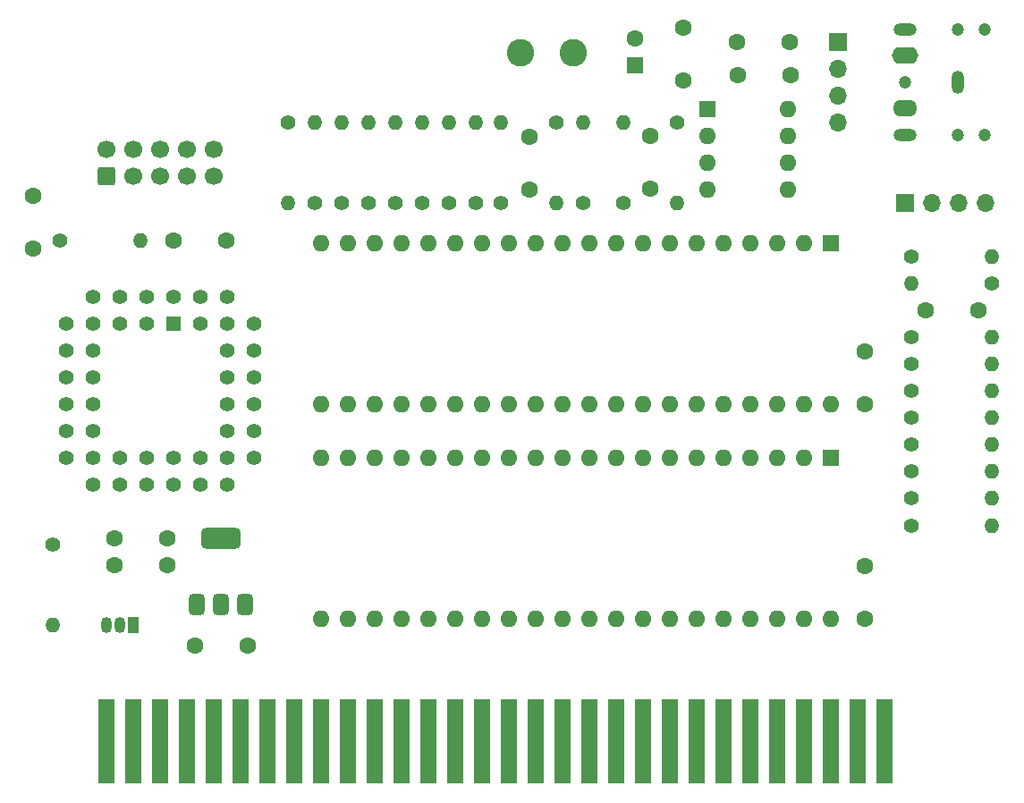
<source format=gts>
%TF.GenerationSoftware,KiCad,Pcbnew,8.0.1*%
%TF.CreationDate,2024-04-10T12:09:54+07:00*%
%TF.ProjectId,TS_Ext_EPM3032,54535f45-7874-45f4-9550-4d333033322e,1.4*%
%TF.SameCoordinates,Original*%
%TF.FileFunction,Soldermask,Top*%
%TF.FilePolarity,Negative*%
%FSLAX46Y46*%
G04 Gerber Fmt 4.6, Leading zero omitted, Abs format (unit mm)*
G04 Created by KiCad (PCBNEW 8.0.1) date 2024-04-10 12:09:54*
%MOMM*%
%LPD*%
G01*
G04 APERTURE LIST*
G04 Aperture macros list*
%AMRoundRect*
0 Rectangle with rounded corners*
0 $1 Rounding radius*
0 $2 $3 $4 $5 $6 $7 $8 $9 X,Y pos of 4 corners*
0 Add a 4 corners polygon primitive as box body*
4,1,4,$2,$3,$4,$5,$6,$7,$8,$9,$2,$3,0*
0 Add four circle primitives for the rounded corners*
1,1,$1+$1,$2,$3*
1,1,$1+$1,$4,$5*
1,1,$1+$1,$6,$7*
1,1,$1+$1,$8,$9*
0 Add four rect primitives between the rounded corners*
20,1,$1+$1,$2,$3,$4,$5,0*
20,1,$1+$1,$4,$5,$6,$7,0*
20,1,$1+$1,$6,$7,$8,$9,0*
20,1,$1+$1,$8,$9,$2,$3,0*%
G04 Aperture macros list end*
%ADD10R,1.422400X1.422400*%
%ADD11C,1.422400*%
%ADD12RoundRect,0.375000X0.375000X-0.625000X0.375000X0.625000X-0.375000X0.625000X-0.375000X-0.625000X0*%
%ADD13RoundRect,0.500000X1.400000X-0.500000X1.400000X0.500000X-1.400000X0.500000X-1.400000X-0.500000X0*%
%ADD14C,1.200000*%
%ADD15O,2.200000X1.200000*%
%ADD16O,2.300000X1.600000*%
%ADD17O,1.200000X2.200000*%
%ADD18O,2.500000X1.600000*%
%ADD19RoundRect,0.250000X0.600000X-0.600000X0.600000X0.600000X-0.600000X0.600000X-0.600000X-0.600000X0*%
%ADD20C,1.700000*%
%ADD21C,1.600000*%
%ADD22R,1.050000X1.500000*%
%ADD23O,1.050000X1.500000*%
%ADD24C,1.400000*%
%ADD25O,1.400000X1.400000*%
%ADD26R,1.600000X1.600000*%
%ADD27O,1.600000X1.600000*%
%ADD28R,1.600000X8.000000*%
%ADD29C,2.600000*%
%ADD30R,1.700000X1.700000*%
%ADD31O,1.700000X1.700000*%
G04 APERTURE END LIST*
D10*
%TO.C,U1*%
X43180000Y-55880000D03*
D11*
X40640000Y-53340000D03*
X40640000Y-55880000D03*
X38100000Y-53340000D03*
X38100000Y-55880000D03*
X35560000Y-53340000D03*
X33020000Y-55880000D03*
X35560000Y-55880000D03*
X33020000Y-58420000D03*
X35560000Y-58420000D03*
X33020000Y-60960000D03*
X35560000Y-60960000D03*
X33020000Y-63500000D03*
X35560000Y-63500000D03*
X33020000Y-66040000D03*
X35560000Y-66040000D03*
X33020000Y-68580000D03*
X35560000Y-71120000D03*
X35560000Y-68580000D03*
X38100000Y-71120000D03*
X38100000Y-68580000D03*
X40640000Y-71120000D03*
X40640000Y-68580000D03*
X43180000Y-71120000D03*
X43180000Y-68580000D03*
X45720000Y-71120000D03*
X45720000Y-68580000D03*
X48260000Y-71120000D03*
X50800000Y-68580000D03*
X48260000Y-68580000D03*
X50800000Y-66040000D03*
X48260000Y-66040000D03*
X50800000Y-63500000D03*
X48260000Y-63500000D03*
X50800000Y-60960000D03*
X48260000Y-60960000D03*
X50800000Y-58420000D03*
X48260000Y-58420000D03*
X50800000Y-55880000D03*
X48260000Y-53340000D03*
X48260000Y-55880000D03*
X45720000Y-53340000D03*
X45720000Y-55880000D03*
X43180000Y-53340000D03*
%TD*%
D12*
%TO.C,U2*%
X45325000Y-82525000D03*
X47625000Y-82525000D03*
D13*
X47625000Y-76225000D03*
D12*
X49925000Y-82525000D03*
%TD*%
D14*
%TO.C,J5*%
X117420000Y-38020000D03*
X119920000Y-38020000D03*
X112420000Y-33020000D03*
X117420000Y-28020000D03*
X119920000Y-28020000D03*
D15*
X112420000Y-38020000D03*
D16*
X112420000Y-35520000D03*
D17*
X117420000Y-33020000D03*
D15*
X112420000Y-28020000D03*
D18*
X112420000Y-30520000D03*
%TD*%
D19*
%TO.C,J1*%
X36830000Y-41910000D03*
D20*
X36830000Y-39370000D03*
X39370000Y-41910000D03*
X39370000Y-39370000D03*
X41910000Y-41910000D03*
X41910000Y-39370000D03*
X44450000Y-41910000D03*
X44450000Y-39370000D03*
X46990000Y-41910000D03*
X46990000Y-39370000D03*
%TD*%
D21*
%TO.C,C4*%
X108585000Y-83820000D03*
X108585000Y-78820000D03*
%TD*%
D22*
%TO.C,Q1*%
X39370000Y-84455000D03*
D23*
X38100000Y-84455000D03*
X36830000Y-84455000D03*
%TD*%
D24*
%TO.C,R21*%
X90805000Y-36830000D03*
D25*
X90805000Y-44450000D03*
%TD*%
D26*
%TO.C,U4*%
X105410000Y-68580000D03*
D27*
X102870000Y-68580000D03*
X100330000Y-68580000D03*
X97790000Y-68580000D03*
X95250000Y-68580000D03*
X92710000Y-68580000D03*
X90170000Y-68580000D03*
X87630000Y-68580000D03*
X85090000Y-68580000D03*
X82550000Y-68580000D03*
X80010000Y-68580000D03*
X77470000Y-68580000D03*
X74930000Y-68580000D03*
X72390000Y-68580000D03*
X69850000Y-68580000D03*
X67310000Y-68580000D03*
X64770000Y-68580000D03*
X62230000Y-68580000D03*
X59690000Y-68580000D03*
X57150000Y-68580000D03*
X57150000Y-83820000D03*
X59690000Y-83820000D03*
X62230000Y-83820000D03*
X64770000Y-83820000D03*
X67310000Y-83820000D03*
X69850000Y-83820000D03*
X72390000Y-83820000D03*
X74930000Y-83820000D03*
X77470000Y-83820000D03*
X80010000Y-83820000D03*
X82550000Y-83820000D03*
X85090000Y-83820000D03*
X87630000Y-83820000D03*
X90170000Y-83820000D03*
X92710000Y-83820000D03*
X95250000Y-83820000D03*
X97790000Y-83820000D03*
X100330000Y-83820000D03*
X102870000Y-83820000D03*
X105410000Y-83820000D03*
%TD*%
D28*
%TO.C,J3*%
X36830000Y-95478600D03*
X39370000Y-95478600D03*
X41910000Y-95478600D03*
X44450000Y-95478600D03*
X46990000Y-95478600D03*
X49530000Y-95478600D03*
X52070000Y-95478600D03*
X54610000Y-95478600D03*
X57150000Y-95478600D03*
X59690000Y-95478600D03*
X62230000Y-95478600D03*
X64770000Y-95478600D03*
X67310000Y-95478600D03*
X69850000Y-95478600D03*
X72390000Y-95478600D03*
X74930000Y-95478600D03*
X77470000Y-95478600D03*
X80010000Y-95478600D03*
X82550000Y-95478600D03*
X85090000Y-95478600D03*
X87630000Y-95478600D03*
X90170000Y-95478600D03*
X92710000Y-95478600D03*
X95250000Y-95478600D03*
X97790000Y-95478600D03*
X100330000Y-95478600D03*
X102870000Y-95478600D03*
X105410000Y-95478600D03*
X107950000Y-95478600D03*
X110490000Y-95478600D03*
%TD*%
D24*
%TO.C,R2*%
X53975000Y-36830000D03*
D25*
X53975000Y-44450000D03*
%TD*%
D24*
%TO.C,R16*%
X113030000Y-72390000D03*
D25*
X120650000Y-72390000D03*
%TD*%
D24*
%TO.C,R22*%
X85725000Y-44450000D03*
D25*
X85725000Y-36830000D03*
%TD*%
D21*
%TO.C,C8*%
X29845000Y-48815000D03*
X29845000Y-43815000D03*
%TD*%
D24*
%TO.C,R25*%
X31750000Y-76835000D03*
D25*
X31750000Y-84455000D03*
%TD*%
D26*
%TO.C,U5*%
X93726000Y-35560000D03*
D27*
X93726000Y-38100000D03*
X93726000Y-40640000D03*
X93726000Y-43180000D03*
X101346000Y-43180000D03*
X101346000Y-40640000D03*
X101346000Y-38100000D03*
X101346000Y-35560000D03*
%TD*%
D24*
%TO.C,R24*%
X113030000Y-49530000D03*
D25*
X120650000Y-49530000D03*
%TD*%
D29*
%TO.C,L1*%
X81026000Y-30226000D03*
X76026000Y-30226000D03*
%TD*%
D24*
%TO.C,R11*%
X113030000Y-59690000D03*
D25*
X120650000Y-59690000D03*
%TD*%
D26*
%TO.C,U3*%
X105410000Y-48260000D03*
D27*
X102870000Y-48260000D03*
X100330000Y-48260000D03*
X97790000Y-48260000D03*
X95250000Y-48260000D03*
X92710000Y-48260000D03*
X90170000Y-48260000D03*
X87630000Y-48260000D03*
X85090000Y-48260000D03*
X82550000Y-48260000D03*
X80010000Y-48260000D03*
X77470000Y-48260000D03*
X74930000Y-48260000D03*
X72390000Y-48260000D03*
X69850000Y-48260000D03*
X67310000Y-48260000D03*
X64770000Y-48260000D03*
X62230000Y-48260000D03*
X59690000Y-48260000D03*
X57150000Y-48260000D03*
X57150000Y-63500000D03*
X59690000Y-63500000D03*
X62230000Y-63500000D03*
X64770000Y-63500000D03*
X67310000Y-63500000D03*
X69850000Y-63500000D03*
X72390000Y-63500000D03*
X74930000Y-63500000D03*
X77470000Y-63500000D03*
X80010000Y-63500000D03*
X82550000Y-63500000D03*
X85090000Y-63500000D03*
X87630000Y-63500000D03*
X90170000Y-63500000D03*
X92710000Y-63500000D03*
X95250000Y-63500000D03*
X97790000Y-63500000D03*
X100330000Y-63500000D03*
X102870000Y-63500000D03*
X105410000Y-63500000D03*
%TD*%
D30*
%TO.C,J4*%
X106045000Y-29220000D03*
D31*
X106045000Y-31760000D03*
X106045000Y-34300000D03*
X106045000Y-36840000D03*
%TD*%
D21*
%TO.C,C5*%
X50165000Y-86360000D03*
X45165000Y-86360000D03*
%TD*%
D26*
%TO.C,C1*%
X86868000Y-31431113D03*
D21*
X86868000Y-28931113D03*
%TD*%
D24*
%TO.C,R8*%
X71755000Y-44450000D03*
D25*
X71755000Y-36830000D03*
%TD*%
D24*
%TO.C,R12*%
X113030000Y-62230000D03*
D25*
X120650000Y-62230000D03*
%TD*%
D24*
%TO.C,R13*%
X113030000Y-64770000D03*
D25*
X120650000Y-64770000D03*
%TD*%
D21*
%TO.C,C6*%
X42545000Y-78740000D03*
X37545000Y-78740000D03*
%TD*%
%TO.C,C9*%
X42545000Y-76200000D03*
X37545000Y-76200000D03*
%TD*%
D24*
%TO.C,R18*%
X56515000Y-44450000D03*
D25*
X56515000Y-36830000D03*
%TD*%
D24*
%TO.C,R15*%
X113030000Y-69850000D03*
D25*
X120650000Y-69850000D03*
%TD*%
D21*
%TO.C,C7*%
X43180000Y-48006000D03*
X48180000Y-48006000D03*
%TD*%
%TO.C,C12*%
X88265000Y-38100000D03*
X88265000Y-43100000D03*
%TD*%
D24*
%TO.C,R9*%
X74168000Y-44450000D03*
D25*
X74168000Y-36830000D03*
%TD*%
D24*
%TO.C,R7*%
X69215000Y-44450000D03*
D25*
X69215000Y-36830000D03*
%TD*%
D24*
%TO.C,R6*%
X66675000Y-44450000D03*
D25*
X66675000Y-36830000D03*
%TD*%
D21*
%TO.C,C2*%
X91440000Y-32893000D03*
X91440000Y-27893000D03*
%TD*%
%TO.C,C11*%
X119380000Y-54610000D03*
X114380000Y-54610000D03*
%TD*%
D24*
%TO.C,R14*%
X113030000Y-67310000D03*
D25*
X120650000Y-67310000D03*
%TD*%
D24*
%TO.C,R4*%
X61595000Y-44450000D03*
D25*
X61595000Y-36830000D03*
%TD*%
D21*
%TO.C,C3*%
X108585000Y-63500000D03*
X108585000Y-58500000D03*
%TD*%
D24*
%TO.C,R23*%
X81915000Y-44450000D03*
D25*
X81915000Y-36830000D03*
%TD*%
D24*
%TO.C,R10*%
X113030000Y-57150000D03*
D25*
X120650000Y-57150000D03*
%TD*%
D21*
%TO.C,C13*%
X96520000Y-29210000D03*
X101520000Y-29210000D03*
%TD*%
D30*
%TO.C,J2*%
X112395000Y-44450000D03*
D31*
X114935000Y-44450000D03*
X117475000Y-44450000D03*
X120015000Y-44450000D03*
%TD*%
D24*
%TO.C,R3*%
X59055000Y-44450000D03*
D25*
X59055000Y-36830000D03*
%TD*%
D24*
%TO.C,R17*%
X113030000Y-75057000D03*
D25*
X120650000Y-75057000D03*
%TD*%
D24*
%TO.C,R1*%
X32385000Y-48006000D03*
D25*
X40005000Y-48006000D03*
%TD*%
D21*
%TO.C,C14*%
X101600000Y-32385000D03*
X96600000Y-32385000D03*
%TD*%
D24*
%TO.C,R5*%
X64135000Y-44450000D03*
D25*
X64135000Y-36830000D03*
%TD*%
D24*
%TO.C,R20*%
X120650000Y-52070000D03*
D25*
X113030000Y-52070000D03*
%TD*%
D24*
%TO.C,R19*%
X79375000Y-36830000D03*
D25*
X79375000Y-44450000D03*
%TD*%
D21*
%TO.C,C10*%
X76835000Y-43180000D03*
X76835000Y-38180000D03*
%TD*%
M02*

</source>
